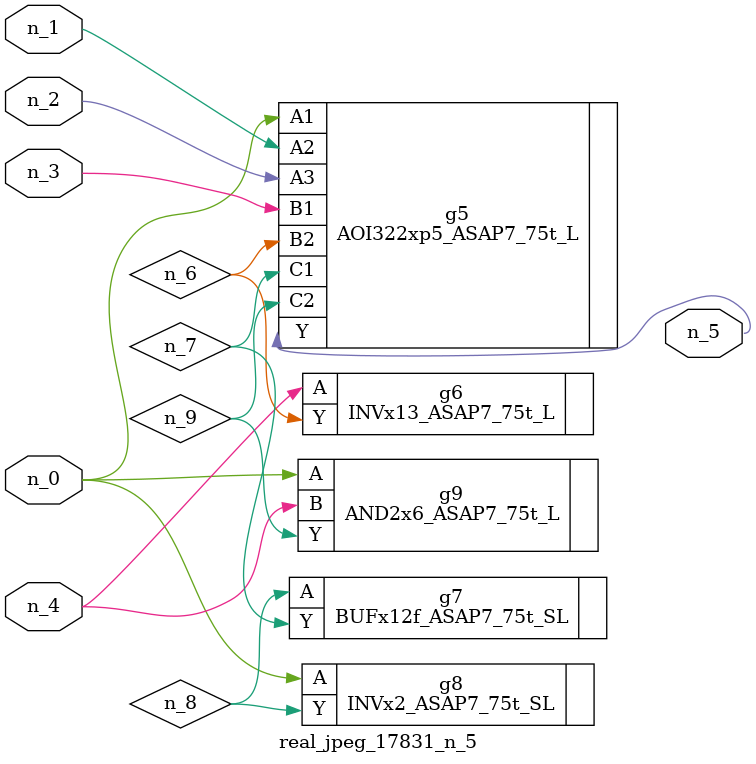
<source format=v>
module real_jpeg_17831_n_5 (n_4, n_0, n_1, n_2, n_3, n_5);

input n_4;
input n_0;
input n_1;
input n_2;
input n_3;

output n_5;

wire n_8;
wire n_6;
wire n_7;
wire n_9;

AOI322xp5_ASAP7_75t_L g5 ( 
.A1(n_0),
.A2(n_1),
.A3(n_2),
.B1(n_3),
.B2(n_6),
.C1(n_7),
.C2(n_9),
.Y(n_5)
);

INVx2_ASAP7_75t_SL g8 ( 
.A(n_0),
.Y(n_8)
);

AND2x6_ASAP7_75t_L g9 ( 
.A(n_0),
.B(n_4),
.Y(n_9)
);

INVx13_ASAP7_75t_L g6 ( 
.A(n_4),
.Y(n_6)
);

BUFx12f_ASAP7_75t_SL g7 ( 
.A(n_8),
.Y(n_7)
);


endmodule
</source>
